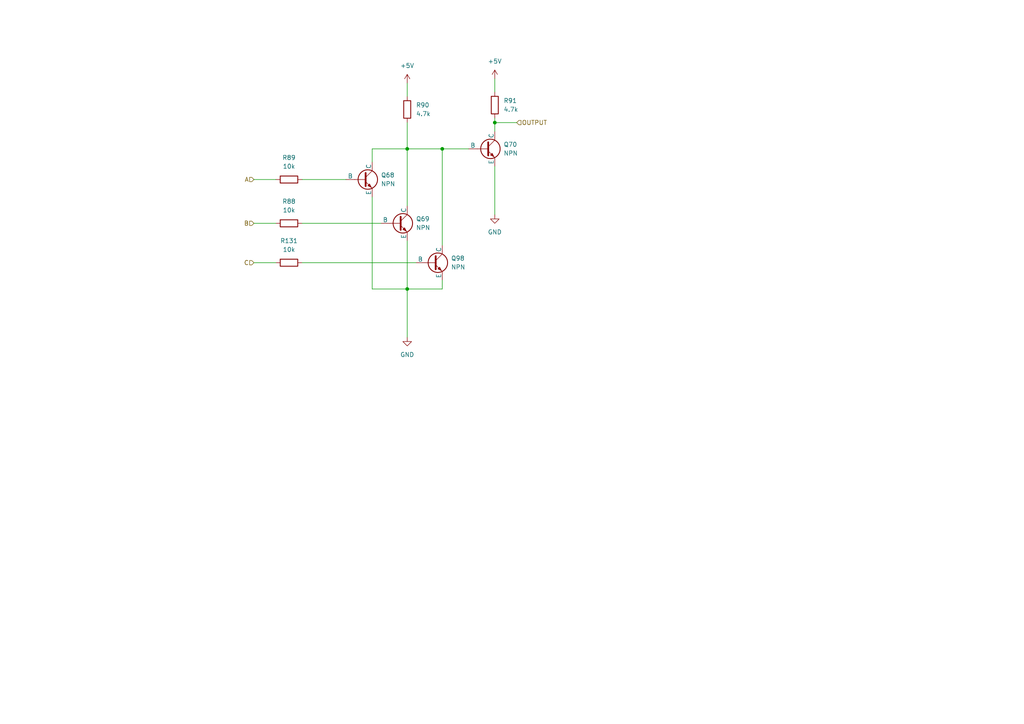
<source format=kicad_sch>
(kicad_sch (version 20231120) (generator "eeschema") (generator_version "8.0")
  (paper "A4")
  (lib_symbols
    (symbol "Device:R" (pin_numbers hide) (pin_names (offset 0))
      (property "Reference" "R" (at 2.032 0 90))
      (property "Value" "R" (at 0 0 90))
      (symbol "R_0_1"
        (rectangle (start -1.016 -2.54) (end 1.016 2.54) (stroke (width 0.254)))
      )
      (symbol "R_1_1"
        (pin passive line (at 0 3.81 270) (length 1.27) (name "~") (number "1"))
        (pin passive line (at 0 -3.81 90) (length 1.27) (name "~") (number "2"))
      )
    )
    (symbol "Simulation_SPICE:NPN" (pin_numbers hide) (pin_names (offset 0))
      (property "Reference" "Q" (at -2.54 7.62 0))
      (property "Value" "NPN" (at -2.54 5.08 0))
      (symbol "NPN_0_1"
        (polyline (pts (xy -2.54 0) (xy 0.635 0)) (stroke (width 0.1524)))
        (polyline (pts (xy 0.635 0.635) (xy 2.54 2.54)))
        (polyline (pts (xy 2.794 -1.27) (xy 2.794 -1.27)) (stroke (width 0.1524)))
        (polyline (pts (xy 2.794 -1.27) (xy 2.794 -1.27)) (stroke (width 0.1524)))
        (polyline (pts (xy 0.635 -0.635) (xy 2.54 -2.54) (xy 2.54 -2.54)))
        (polyline (pts (xy 0.635 1.905) (xy 0.635 -1.905) (xy 0.635 -1.905)) (stroke (width 0.508)))
        (polyline (pts (xy 1.27 -1.778) (xy 1.778 -1.27) (xy 2.286 -2.286) (xy 1.27 -1.778) (xy 1.27 -1.778)) (fill (type outline)))
        (circle (center 1.27 0) (radius 2.8194) (stroke (width 0.254)))
      )
      (symbol "NPN_1_1"
        (pin open_collector line (at 2.54 5.08 270) (length 2.54) (name "C") (number "1"))
        (pin input line (at -5.08 0 0) (length 2.54) (name "B") (number "2"))
        (pin open_emitter line (at 2.54 -5.08 90) (length 2.54) (name "E") (number "3"))
      )
    )
    (symbol "power:+5V" (power) (pin_numbers hide) (pin_names (offset 0) hide)
      (property "Value" "+5V" (at 0 3.556 0))
      (symbol "+5V_0_1"
        (polyline (pts (xy -0.762 1.27) (xy 0 2.54)))
        (polyline (pts (xy 0 0) (xy 0 2.54)))
        (polyline (pts (xy 0 2.54) (xy 0.762 1.27)))
      )
      (symbol "+5V_1_1"
        (pin power_in line (at 0 0 90) (length 0) (name "~") (number "1"))
      )
    )
    (symbol "power:GND" (power) (pin_numbers hide) (pin_names (offset 0) hide)
      (property "Value" "GND" (at 0 -3.81 0))
      (symbol "GND_0_1"
        (polyline (pts (xy 0 0) (xy 0 -1.27) (xy 1.27 -1.27) (xy 0 -2.54) (xy -1.27 -1.27) (xy 0 -1.27)))
      )
      (symbol "GND_1_1"
        (pin power_in line (at 0 0 270) (length 0) (name "~") (number "1"))
      )
    )
  )
  (junction (at 143.51 35.56))
  (junction (at 118.11 83.82))
  (junction (at 128.27 43.18))
  (junction (at 118.11 43.18))
  (wire (pts (xy 143.51 22.86) (xy 143.51 26.67)))
  (wire (pts (xy 143.51 48.26) (xy 143.51 62.23)))
  (wire (pts (xy 128.27 43.18) (xy 135.89 43.18)))
  (wire (pts (xy 118.11 43.18) (xy 128.27 43.18)))
  (wire (pts (xy 87.63 76.2) (xy 120.65 76.2)))
  (wire (pts (xy 118.11 24.13) (xy 118.11 27.94)))
  (wire (pts (xy 118.11 69.85) (xy 118.11 83.82)))
  (wire (pts (xy 128.27 81.28) (xy 128.27 83.82)))
  (wire (pts (xy 87.63 52.07) (xy 100.33 52.07)))
  (wire (pts (xy 73.66 52.07) (xy 80.01 52.07)))
  (wire (pts (xy 143.51 34.29) (xy 143.51 35.56)))
  (wire (pts (xy 118.11 83.82) (xy 128.27 83.82)))
  (wire (pts (xy 143.51 35.56) (xy 149.86 35.56)))
  (wire (pts (xy 73.66 76.2) (xy 80.01 76.2)))
  (wire (pts (xy 128.27 43.18) (xy 128.27 71.12)))
  (wire (pts (xy 107.95 43.18) (xy 118.11 43.18)))
  (wire (pts (xy 118.11 83.82) (xy 118.11 97.79)))
  (wire (pts (xy 107.95 57.15) (xy 107.95 83.82)))
  (wire (pts (xy 143.51 35.56) (xy 143.51 38.1)))
  (wire (pts (xy 107.95 83.82) (xy 118.11 83.82)))
  (wire (pts (xy 118.11 59.69) (xy 118.11 43.18)))
  (wire (pts (xy 107.95 43.18) (xy 107.95 46.99)))
  (wire (pts (xy 118.11 35.56) (xy 118.11 43.18)))
  (wire (pts (xy 87.63 64.77) (xy 110.49 64.77)))
  (wire (pts (xy 73.66 64.77) (xy 80.01 64.77)))
  (hierarchical_label "C" (shape input) (at 73.66 76.2 180))
  (hierarchical_label "B" (shape input) (at 73.66 64.77 180))
  (hierarchical_label "OUTPUT" (shape input) (at 149.86 35.56 0))
  (hierarchical_label "A" (shape input) (at 73.66 52.07 180))
  (symbol (lib_id "Simulation_SPICE:NPN") (at 105.41 52.07 0) (unit 1)
    (property "Reference" "Q68" (at 110.49 50.7999 0) (effects (justify left)))
    (property "Value" "NPN" (at 110.49 53.3399 0) (effects (justify left)))
    (property "Footprint" "SOT-23-3_L2.9-W1.6-P1.90-LS2.8-BR:SOT-23-3_L2.9-W1.6-P1.90-LS2.8-BR" (effects (hide yes)))
    (property "Datasheet" "https://ngspice.sourceforge.io/docs/ngspice-html-manual/manual.xhtml#cha_BJTs" (effects (hide yes)))
    (property "Description" "Bipolar transistor symbol for simulation only, substrate tied to the emitter" (effects (hide yes)))
    (property "Sim.Device" "NPN" (effects (hide yes)))
    (property "Sim.Type" "GUMMELPOON" (effects (hide yes)))
    (property "Sim.Pins" "1=C 2=B 3=E" (effects (hide yes)))
  )
  (symbol (lib_id "Device:R") (at 83.82 52.07 90) (unit 1)
    (property "Reference" "R89" (at 83.82 45.72 90))
    (property "Value" "10k" (at 83.82 48.26 90))
    (property "Footprint" "R0603:R0603" (effects (hide yes)))
    (property "Description" "Resistor" (effects (hide yes)))
  )
  (symbol (lib_id "Simulation_SPICE:NPN") (at 125.73 76.2 0) (unit 1)
    (property "Reference" "Q98" (at 130.81 74.9299 0) (effects (justify left)))
    (property "Value" "NPN" (at 130.81 77.4699 0) (effects (justify left)))
    (property "Footprint" "SOT-23-3_L2.9-W1.6-P1.90-LS2.8-BR:SOT-23-3_L2.9-W1.6-P1.90-LS2.8-BR" (effects (hide yes)))
    (property "Datasheet" "https://ngspice.sourceforge.io/docs/ngspice-html-manual/manual.xhtml#cha_BJTs" (effects (hide yes)))
    (property "Description" "Bipolar transistor symbol for simulation only, substrate tied to the emitter" (effects (hide yes)))
    (property "Sim.Device" "NPN" (effects (hide yes)))
    (property "Sim.Type" "GUMMELPOON" (effects (hide yes)))
    (property "Sim.Pins" "1=C 2=B 3=E" (effects (hide yes)))
  )
  (symbol (lib_id "power:GND") (at 118.11 97.79 0) (unit 1)
    (property "Reference" "#PWR081" (effects (hide yes)))
    (property "Value" "GND" (at 118.11 102.87 0))
    (property "Description" "Power symbol creates a global label with name \"GND\" , ground" (effects (hide yes)))
  )
  (symbol (lib_id "Device:R") (at 83.82 64.77 90) (unit 1)
    (property "Reference" "R88" (at 83.82 58.42 90))
    (property "Value" "10k" (at 83.82 60.96 90))
    (property "Footprint" "R0603:R0603" (effects (hide yes)))
    (property "Description" "Resistor" (effects (hide yes)))
  )
  (symbol (lib_id "power:GND") (at 143.51 62.23 0) (unit 1)
    (property "Reference" "#PWR083" (effects (hide yes)))
    (property "Value" "GND" (at 143.51 67.31 0))
    (property "Description" "Power symbol creates a global label with name \"GND\" , ground" (effects (hide yes)))
  )
  (symbol (lib_id "Device:R") (at 118.11 31.75 0) (unit 1)
    (property "Reference" "R90" (at 120.65 30.4799 0) (effects (justify left)))
    (property "Value" "4.7k" (at 120.65 33.0199 0) (effects (justify left)))
    (property "Footprint" "R0603:R0603" (effects (hide yes)))
    (property "Description" "Resistor" (effects (hide yes)))
  )
  (symbol (lib_id "power:+5V") (at 143.51 22.86 0) (unit 1)
    (property "Reference" "#PWR082" (effects (hide yes)))
    (property "Value" "+5V" (at 143.51 17.78 0))
    (property "Description" "Power symbol creates a global label with name \"+5V\"" (effects (hide yes)))
  )
  (symbol (lib_id "Device:R") (at 143.51 30.48 0) (unit 1)
    (property "Reference" "R91" (at 146.05 29.2099 0) (effects (justify left)))
    (property "Value" "4.7k" (at 146.05 31.7499 0) (effects (justify left)))
    (property "Footprint" "R0603:R0603" (effects (hide yes)))
    (property "Description" "Resistor" (effects (hide yes)))
  )
  (symbol (lib_id "power:+5V") (at 118.11 24.13 0) (unit 1)
    (property "Reference" "#PWR080" (effects (hide yes)))
    (property "Value" "+5V" (at 118.11 19.05 0))
    (property "Description" "Power symbol creates a global label with name \"+5V\"" (effects (hide yes)))
  )
  (symbol (lib_id "Device:R") (at 83.82 76.2 90) (unit 1)
    (property "Reference" "R131" (at 83.82 69.85 90))
    (property "Value" "10k" (at 83.82 72.39 90))
    (property "Footprint" "R0603:R0603" (effects (hide yes)))
    (property "Description" "Resistor" (effects (hide yes)))
  )
  (symbol (lib_id "Simulation_SPICE:NPN") (at 140.97 43.18 0) (unit 1)
    (property "Reference" "Q70" (at 146.05 41.9099 0) (effects (justify left)))
    (property "Value" "NPN" (at 146.05 44.4499 0) (effects (justify left)))
    (property "Footprint" "SOT-23-3_L2.9-W1.6-P1.90-LS2.8-BR:SOT-23-3_L2.9-W1.6-P1.90-LS2.8-BR" (effects (hide yes)))
    (property "Datasheet" "https://ngspice.sourceforge.io/docs/ngspice-html-manual/manual.xhtml#cha_BJTs" (effects (hide yes)))
    (property "Description" "Bipolar transistor symbol for simulation only, substrate tied to the emitter" (effects (hide yes)))
    (property "Sim.Device" "NPN" (effects (hide yes)))
    (property "Sim.Type" "GUMMELPOON" (effects (hide yes)))
    (property "Sim.Pins" "1=C 2=B 3=E" (effects (hide yes)))
  )
  (symbol (lib_id "Simulation_SPICE:NPN") (at 115.57 64.77 0) (unit 1)
    (property "Reference" "Q69" (at 120.65 63.4999 0) (effects (justify left)))
    (property "Value" "NPN" (at 120.65 66.0399 0) (effects (justify left)))
    (property "Footprint" "SOT-23-3_L2.9-W1.6-P1.90-LS2.8-BR:SOT-23-3_L2.9-W1.6-P1.90-LS2.8-BR" (effects (hide yes)))
    (property "Datasheet" "https://ngspice.sourceforge.io/docs/ngspice-html-manual/manual.xhtml#cha_BJTs" (effects (hide yes)))
    (property "Description" "Bipolar transistor symbol for simulation only, substrate tied to the emitter" (effects (hide yes)))
    (property "Sim.Device" "NPN" (effects (hide yes)))
    (property "Sim.Type" "GUMMELPOON" (effects (hide yes)))
    (property "Sim.Pins" "1=C 2=B 3=E" (effects (hide yes)))
  )
)
</source>
